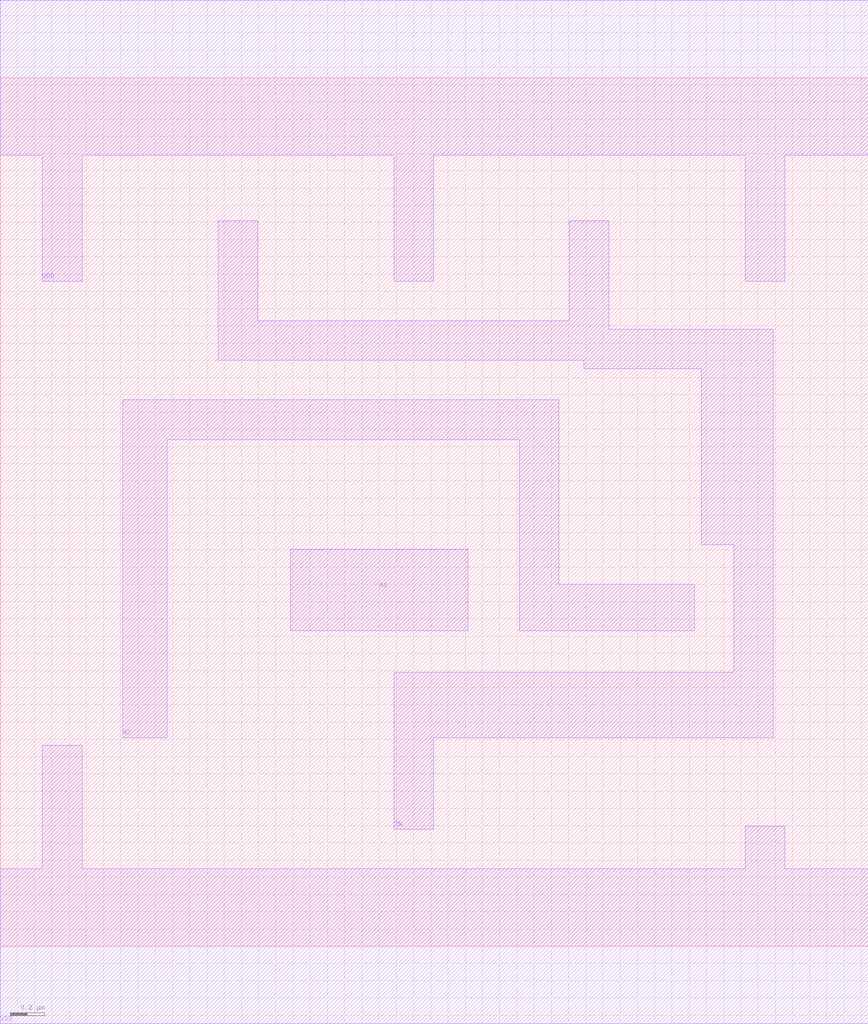
<source format=lef>
# Copyright 2022 GlobalFoundries PDK Authors
#
# Licensed under the Apache License, Version 2.0 (the "License");
# you may not use this file except in compliance with the License.
# You may obtain a copy of the License at
#
#      http://www.apache.org/licenses/LICENSE-2.0
#
# Unless required by applicable law or agreed to in writing, software
# distributed under the License is distributed on an "AS IS" BASIS,
# WITHOUT WARRANTIES OR CONDITIONS OF ANY KIND, either express or implied.
# See the License for the specific language governing permissions and
# limitations under the License.

MACRO gf180mcu_fd_sc_mcu9t5v0__nand2_2
  CLASS core ;
  FOREIGN gf180mcu_fd_sc_mcu9t5v0__nand2_2 0.0 0.0 ;
  ORIGIN 0 0 ;
  SYMMETRY X Y ;
  SITE GF018hv5v_green_sc9 ;
  SIZE 5.04 BY 5.04 ;
  PIN A1
    DIRECTION INPUT ;
    ANTENNAGATEAREA 3.229 ;
    PORT
      LAYER METAL1 ;
        POLYGON 1.685 1.83 2.715 1.83 2.715 2.305 1.685 2.305  ;
    END
  END A1
  PIN A2
    DIRECTION INPUT ;
    ANTENNAGATEAREA 3.229 ;
    PORT
      LAYER METAL1 ;
        POLYGON 0.71 1.21 0.97 1.21 0.97 2.94 3.015 2.94 3.015 1.83 4.03 1.83 4.03 2.1 3.245 2.1 3.245 3.17 0.71 3.17  ;
    END
  END A2
  PIN ZN
    DIRECTION OUTPUT ;
    ANTENNADIFFAREA 2.3972 ;
    PORT
      LAYER METAL1 ;
        POLYGON 1.265 3.4 3.39 3.4 3.39 3.35 4.07 3.35 4.07 2.33 4.26 2.33 4.26 1.59 2.285 1.59 2.285 0.68 2.515 0.68 2.515 1.21 4.49 1.21 4.49 3.58 3.535 3.58 3.535 4.21 3.305 4.21 3.305 3.63 1.495 3.63 1.495 4.21 1.265 4.21  ;
    END
  END ZN
  PIN VDD
    DIRECTION INOUT ;
    USE power ;
    SHAPE ABUTMENT ;
    PORT
      LAYER METAL1 ;
        POLYGON 0 4.59 0.245 4.59 0.245 3.86 0.475 3.86 0.475 4.59 2.285 4.59 2.285 3.86 2.515 3.86 2.515 4.59 4.325 4.59 4.325 3.86 4.555 3.86 4.555 4.59 5.04 4.59 5.04 5.49 0 5.49  ;
    END
  END VDD
  PIN VSS
    DIRECTION INOUT ;
    USE ground ;
    SHAPE ABUTMENT ;
    PORT
      LAYER METAL1 ;
        POLYGON 0 -0.45 5.04 -0.45 5.04 0.45 4.555 0.45 4.555 0.695 4.325 0.695 4.325 0.45 0.475 0.45 0.475 1.165 0.245 1.165 0.245 0.45 0 0.45  ;
    END
  END VSS
END gf180mcu_fd_sc_mcu9t5v0__nand2_2

</source>
